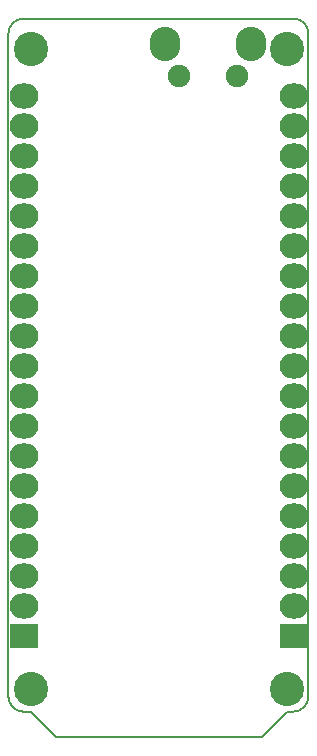
<source format=gbr>
G04 #@! TF.FileFunction,Soldermask,Bot*
%FSLAX46Y46*%
G04 Gerber Fmt 4.6, Leading zero omitted, Abs format (unit mm)*
G04 Created by KiCad (PCBNEW (2015-01-16 BZR 5376)-product) date 01-May-17 6:34:46 PM*
%MOMM*%
G01*
G04 APERTURE LIST*
%ADD10C,0.100000*%
%ADD11C,0.150000*%
%ADD12R,2.432000X2.127200*%
%ADD13O,2.432000X2.127200*%
%ADD14C,2.900000*%
%ADD15C,1.900000*%
%ADD16O,2.600000X2.900000*%
G04 APERTURE END LIST*
D10*
D11*
X98806000Y-128143000D02*
X99060000Y-127889000D01*
X81407000Y-128143000D02*
X98806000Y-128143000D01*
X81153000Y-127889000D02*
X81407000Y-128143000D01*
X77343000Y-124714000D02*
X77343000Y-68580000D01*
X79248000Y-125984000D02*
X78613000Y-125984000D01*
X101473000Y-125984000D02*
X100965000Y-125984000D01*
X102743000Y-68580000D02*
X102743000Y-124714000D01*
X78613000Y-67310000D02*
X101473000Y-67310000D01*
X78613000Y-67310000D02*
G75*
G03X77343000Y-68580000I0J-1270000D01*
G01*
X102743000Y-68580000D02*
G75*
G03X101473000Y-67310000I-1270000J0D01*
G01*
X101473000Y-125984000D02*
G75*
G03X102743000Y-124714000I0J1270000D01*
G01*
X77343000Y-124714000D02*
G75*
G03X78613000Y-125984000I1270000J0D01*
G01*
X81153000Y-127889000D02*
X79248000Y-125984000D01*
X100965000Y-125984000D02*
X99060000Y-127889000D01*
D12*
X78622721Y-119577474D03*
D13*
X78622721Y-117037474D03*
X78622721Y-114497474D03*
X78622721Y-111957474D03*
X78622721Y-109417474D03*
X78622721Y-106877474D03*
X78622721Y-104337474D03*
X78622721Y-101797474D03*
X78622721Y-99257474D03*
X78622721Y-96717474D03*
X78622721Y-94177474D03*
X78622721Y-91637474D03*
X78622721Y-89097474D03*
X78622721Y-86557474D03*
X78622721Y-84017474D03*
X78622721Y-81477474D03*
X78622721Y-78937474D03*
X78622721Y-76397474D03*
X78622721Y-73857474D03*
D12*
X101482721Y-119577474D03*
D13*
X101482721Y-117037474D03*
X101482721Y-114497474D03*
X101482721Y-111957474D03*
X101482721Y-109417474D03*
X101482721Y-106877474D03*
X101482721Y-104337474D03*
X101482721Y-101797474D03*
X101482721Y-99257474D03*
X101482721Y-96717474D03*
X101482721Y-94177474D03*
X101482721Y-91637474D03*
X101482721Y-89097474D03*
X101482721Y-86557474D03*
X101482721Y-84017474D03*
X101482721Y-81477474D03*
X101482721Y-78937474D03*
X101482721Y-76397474D03*
X101482721Y-73857474D03*
D14*
X79248000Y-69850000D03*
X100901500Y-69850000D03*
X79232320Y-124098674D03*
X100923919Y-124098675D03*
D15*
X96659000Y-72136000D03*
D16*
X97859000Y-69486000D03*
D15*
X91809000Y-72136000D03*
D16*
X90609000Y-69486000D03*
M02*

</source>
